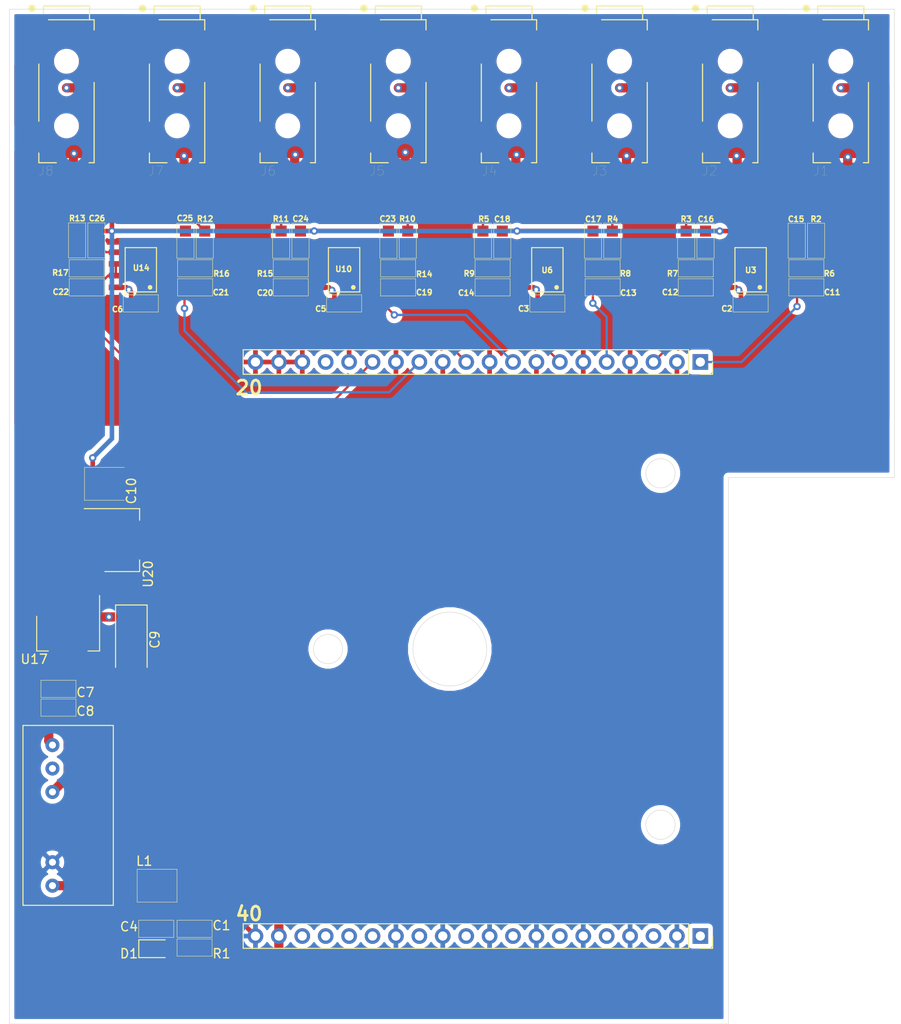
<source format=kicad_pcb>
(kicad_pcb (version 20171130) (host pcbnew "(5.1.8-0-10_14)")
  (layers (0 F.Cu signal) (1 GND power hide) (2 +10V power hide) (31 B.Cu signal hide) (34 B.Paste user hide) (35 F.Paste user) (36 B.SilkS user hide) (37 F.SilkS user) (38 B.Mask user hide) (39 F.Mask user) (44 Edge.Cuts user))
  (net 0 "")
  (net 1 5V_IN)
  (net 2 DGND)
  (net 3 CH0)
  (net 4 CH1)
  (net 5 CH2)
  (net 6 "Net-(C7-Pad1)")
  (net 7 AGND)
  (net 8 CH3)
  (net 9 "Net-(C11-Pad2)")
  (net 10 CH4)
  (net 11 CH5)
  (net 12 "Net-(C12-Pad2)")
  (net 13 "Net-(C15-Pad1)")
  (net 14 "Net-(C16-Pad1)")
  (net 15 "Net-(D1-Pad2)")
  (net 16 CH6)
  (net 17 +10V)
  (net 18 "Net-(C4-Pad1)")
  (net 19 +5V)
  (net 20 "Net-(C13-Pad2)")
  (net 21 "Net-(C14-Pad2)")
  (net 22 "Net-(C17-Pad1)")
  (net 23 "Net-(C18-Pad1)")
  (net 24 "Net-(C19-Pad2)")
  (net 25 "Net-(C20-Pad2)")
  (net 26 "Net-(C21-Pad2)")
  (net 27 CH7)
  (net 28 "Net-(C22-Pad2)")
  (net 29 "Net-(C23-Pad1)")
  (net 30 "Net-(C24-Pad1)")
  (net 31 "Net-(C25-Pad1)")
  (net 32 "Net-(C26-Pad1)")
  (net 33 "Net-(J1-Pad2)")
  (net 34 "Net-(J2-Pad2)")
  (net 35 "Net-(J3-Pad2)")
  (net 36 "Net-(J4-Pad2)")
  (net 37 "Net-(J5-Pad2)")
  (net 38 "Net-(J6-Pad2)")
  (net 39 "Net-(J7-Pad2)")
  (net 40 "Net-(J8-Pad2)")
  (net 41 "Net-(U11-Pad3)")
  (net 42 "Net-(U23-Pad17)")
  (net 43 "Net-(U26-Pad18)")
  (net 44 "Net-(U26-Pad17)")
  (net 45 "Net-(U26-Pad16)")
  (net 46 "Net-(U26-Pad15)")
  (net 47 "Net-(U26-Pad13)")
  (net 48 "Net-(U26-Pad11)")
  (net 49 "Net-(U26-Pad9)")
  (net 50 "Net-(U26-Pad7)")
  (net 51 "Net-(U26-Pad5)")
  (net 52 "Net-(U26-Pad3)")
  (net 53 "Net-(U26-Pad1)")
  (module Custom_Piezo:LMC6062IMX (layer F.Cu) (at 162.349 53.6285 180)
    (fp_text reference U6 (at 0.019 -0.047) (layer F.SilkS) (effects (font (size 0.6 0.6))))
    (fp_text value LMC6062)
    (pad 7 smd rect (at 2.7051 -0.635 180) (size 1.5494 0.6096) (layers F.Cu F.Paste F.Mask) (net 8 CH3))
    (pad 8 smd rect (at 2.7051 -1.905 180) (size 1.5494 0.6096) (layers F.Cu F.Paste F.Mask) (net 17 +10V))
    (pad 6 smd rect (at 2.7051 0.635 180) (size 1.5494 0.6096) (layers F.Cu F.Paste F.Mask) (net 8 CH3))
    (pad 5 smd rect (at 2.7051 1.905 180) (size 1.5494 0.6096) (layers F.Cu F.Paste F.Mask) (net 23 "Net-(C18-Pad1)"))
    (pad 1 smd rect (at -2.7051 -1.905 180) (size 1.5494 0.6096) (layers F.Cu F.Paste F.Mask) (net 5 CH2))
    (pad 2 smd rect (at -2.7051 -0.635 180) (size 1.5494 0.6096) (layers F.Cu F.Paste F.Mask) (net 5 CH2))
    (pad 3 smd rect (at -2.7051 0.635 180) (size 1.5494 0.6096) (layers F.Cu F.Paste F.Mask) (net 22 "Net-(C17-Pad1)"))
    (pad 4 smd rect (at -2.7051 1.905 180) (size 1.5494 0.6096) (layers F.Cu F.Paste F.Mask) (net 7 AGND))
  )
  (module Connector:CUI_SJ-43516-SMT (layer F.Cu) (at 146.183 34.276 270)
    (fp_text reference J5 (at 8.636 2.292 180) (layer F.SilkS) (effects (font (size 1.001787 1.001787) (thickness 0.015))))
    (fp_text value SJ-43516-SMT)
    (pad 5 smd rect (at 9.05 -0.75 270) (size 2.6 2.8) (layers F.Cu F.Paste F.Mask) (net 7 AGND))
    (pad 6 smd rect (at -5.25 -3.7 270) (size 2 2.8) (layers F.Cu F.Paste F.Mask))
    (pad None np_thru_hole circle (at 3.75 0 270) (size 1.7 1.7) (drill 1.7) (layers *.Cu *.Mask))
    (pad None np_thru_hole circle (at -3.25 0 270) (size 1.7 1.7) (drill 1.7) (layers *.Cu *.Mask))
    (pad 4 smd rect (at -4.35 3.7 270) (size 2.2 2.8) (layers F.Cu F.Paste F.Mask) (net 19 +5V))
    (pad 3 smd rect (at -2.45 -3.7 270) (size 2.2 2.8) (layers F.Cu F.Paste F.Mask) (net 17 +10V))
    (pad 2 smd rect (at 5.05 3.6 270) (size 2.8 2.6) (layers F.Cu F.Paste F.Mask) (net 37 "Net-(J5-Pad2)"))
    (pad 1 smd rect (at -7.15 3.7 270) (size 2 2.8) (layers F.Cu F.Paste F.Mask) (net 7 AGND))
  )
  (module Connector:CUI_SJ-43516-SMT (layer F.Cu) (at 158.183 34.276 270)
    (fp_text reference J4 (at 8.636 2.1 180) (layer F.SilkS) (effects (font (size 1.001787 1.001787) (thickness 0.015))))
    (fp_text value SJ-43516-SMT)
    (pad 5 smd rect (at 9.05 -0.75 270) (size 2.6 2.8) (layers F.Cu F.Paste F.Mask) (net 7 AGND))
    (pad 6 smd rect (at -5.25 -3.7 270) (size 2 2.8) (layers F.Cu F.Paste F.Mask))
    (pad None np_thru_hole circle (at 3.75 0 270) (size 1.7 1.7) (drill 1.7) (layers *.Cu *.Mask))
    (pad None np_thru_hole circle (at -3.25 0 270) (size 1.7 1.7) (drill 1.7) (layers *.Cu *.Mask))
    (pad 4 smd rect (at -4.35 3.7 270) (size 2.2 2.8) (layers F.Cu F.Paste F.Mask) (net 19 +5V))
    (pad 3 smd rect (at -2.45 -3.7 270) (size 2.2 2.8) (layers F.Cu F.Paste F.Mask) (net 17 +10V))
    (pad 2 smd rect (at 5.05 3.6 270) (size 2.8 2.6) (layers F.Cu F.Paste F.Mask) (net 36 "Net-(J4-Pad2)"))
    (pad 1 smd rect (at -7.15 3.7 270) (size 2 2.8) (layers F.Cu F.Paste F.Mask) (net 7 AGND))
  )
  (module digikey-footprints:1210 (layer F.Cu) (at 114.298 76.835)
    (fp_text reference C10 (at 2.923 0.762 90) (layer F.SilkS))
    (fp_text value 47uF/10V)
    (pad 1 smd rect (at -1.145 0) (size 1.52 3.05) (layers F.Cu F.Paste F.Mask) (net 19 +5V))
    (pad 2 smd rect (at 1.145 0) (size 1.52 3.05) (layers F.Cu F.Paste F.Mask) (net 7 AGND))
  )
  (module Custom_Piezo:SIP-7 (layer F.Cu) (at 110.363 112.776 90)
    (fp_text reference U11 hide)
    (fp_text value MDS01L-12)
    (pad 1 thru_hole circle (at -7.62 -1.7 90) (size 1.524 1.524) (drill 0.762) (layers *.Cu *.Mask) (net 18 "Net-(C4-Pad1)"))
    (pad 2 thru_hole circle (at -5.08 -1.7 90) (size 1.524 1.524) (drill 0.762) (layers *.Cu *.Mask) (net 2 DGND))
    (pad 4 thru_hole circle (at 2.54 -1.7 90) (size 1.524 1.524) (drill 0.762) (layers *.Cu *.Mask) (net 7 AGND))
    (pad 3 thru_hole circle (at 5.08 -1.7 90) (size 1.524 1.524) (drill 0.762) (layers *.Cu *.Mask) (net 41 "Net-(U11-Pad3)"))
    (pad 5 thru_hole circle (at 7.62 -1.7 90) (size 1.524 1.524) (drill 0.762) (layers *.Cu *.Mask) (net 6 "Net-(C7-Pad1)"))
  )
  (module Connector_PinSocket_2.54mm:PinSocket_1x20_P2.54mm_Vertical (layer F.Cu) (at 178.943 125.857 270)
    (fp_text reference U26 hide)
    (fp_text value 21-40)
    (pad 1 thru_hole rect (at 0 0 270) (size 1.7 1.7) (drill 1) (layers *.Cu *.Mask) (net 53 "Net-(U26-Pad1)"))
    (pad 2 thru_hole oval (at 0 2.54 270) (size 1.7 1.7) (drill 1) (layers *.Cu *.Mask) (net 2 DGND))
    (pad 3 thru_hole oval (at 0 5.08 270) (size 1.7 1.7) (drill 1) (layers *.Cu *.Mask) (net 52 "Net-(U26-Pad3)"))
    (pad 4 thru_hole oval (at 0 7.62 270) (size 1.7 1.7) (drill 1) (layers *.Cu *.Mask) (net 2 DGND))
    (pad 5 thru_hole oval (at 0 10.16 270) (size 1.7 1.7) (drill 1) (layers *.Cu *.Mask) (net 51 "Net-(U26-Pad5)"))
    (pad 6 thru_hole oval (at 0 12.7 270) (size 1.7 1.7) (drill 1) (layers *.Cu *.Mask) (net 2 DGND))
    (pad 7 thru_hole oval (at 0 15.24 270) (size 1.7 1.7) (drill 1) (layers *.Cu *.Mask) (net 50 "Net-(U26-Pad7)"))
    (pad 8 thru_hole oval (at 0 17.78 270) (size 1.7 1.7) (drill 1) (layers *.Cu *.Mask) (net 2 DGND))
    (pad 9 thru_hole oval (at 0 20.32 270) (size 1.7 1.7) (drill 1) (layers *.Cu *.Mask) (net 49 "Net-(U26-Pad9)"))
    (pad 10 thru_hole oval (at 0 22.86 270) (size 1.7 1.7) (drill 1) (layers *.Cu *.Mask) (net 2 DGND))
    (pad 11 thru_hole oval (at 0 25.4 270) (size 1.7 1.7) (drill 1) (layers *.Cu *.Mask) (net 48 "Net-(U26-Pad11)"))
    (pad 12 thru_hole oval (at 0 27.94 270) (size 1.7 1.7) (drill 1) (layers *.Cu *.Mask) (net 2 DGND))
    (pad 13 thru_hole oval (at 0 30.48 270) (size 1.7 1.7) (drill 1) (layers *.Cu *.Mask) (net 47 "Net-(U26-Pad13)"))
    (pad 14 thru_hole oval (at 0 33.02 270) (size 1.7 1.7) (drill 1) (layers *.Cu *.Mask) (net 2 DGND))
    (pad 15 thru_hole oval (at 0 35.56 270) (size 1.7 1.7) (drill 1) (layers *.Cu *.Mask) (net 46 "Net-(U26-Pad15)"))
    (pad 16 thru_hole oval (at 0 38.1 270) (size 1.7 1.7) (drill 1) (layers *.Cu *.Mask) (net 45 "Net-(U26-Pad16)"))
    (pad 17 thru_hole oval (at 0 40.64 270) (size 1.7 1.7) (drill 1) (layers *.Cu *.Mask) (net 44 "Net-(U26-Pad17)"))
    (pad 18 thru_hole oval (at 0 43.18 270) (size 1.7 1.7) (drill 1) (layers *.Cu *.Mask) (net 43 "Net-(U26-Pad18)"))
    (pad 19 thru_hole oval (at 0 45.72 270) (size 1.7 1.7) (drill 1) (layers *.Cu *.Mask) (net 1 5V_IN))
    (pad 20 thru_hole oval (at 0 48.26 270) (size 1.7 1.7) (drill 1) (layers *.Cu *.Mask) (net 2 DGND))
  )
  (module Connector_PinSocket_2.54mm:PinSocket_1x20_P2.54mm_Vertical (layer F.Cu) (at 178.943 63.627 270)
    (fp_text reference U23 hide)
    (fp_text value 1-20)
    (pad 1 thru_hole rect (at 0 0 270) (size 1.7 1.7) (drill 1) (layers *.Cu *.Mask) (net 3 CH0))
    (pad 2 thru_hole oval (at 0 2.54 270) (size 1.7 1.7) (drill 1) (layers *.Cu *.Mask) (net 7 AGND))
    (pad 3 thru_hole oval (at 0 5.08 270) (size 1.7 1.7) (drill 1) (layers *.Cu *.Mask) (net 4 CH1))
    (pad 4 thru_hole oval (at 0 7.62 270) (size 1.7 1.7) (drill 1) (layers *.Cu *.Mask) (net 7 AGND))
    (pad 5 thru_hole oval (at 0 10.16 270) (size 1.7 1.7) (drill 1) (layers *.Cu *.Mask) (net 5 CH2))
    (pad 6 thru_hole oval (at 0 12.7 270) (size 1.7 1.7) (drill 1) (layers *.Cu *.Mask) (net 7 AGND))
    (pad 7 thru_hole oval (at 0 15.24 270) (size 1.7 1.7) (drill 1) (layers *.Cu *.Mask) (net 8 CH3))
    (pad 8 thru_hole oval (at 0 17.78 270) (size 1.7 1.7) (drill 1) (layers *.Cu *.Mask) (net 7 AGND))
    (pad 9 thru_hole oval (at 0 20.32 270) (size 1.7 1.7) (drill 1) (layers *.Cu *.Mask) (net 10 CH4))
    (pad 10 thru_hole oval (at 0 22.86 270) (size 1.7 1.7) (drill 1) (layers *.Cu *.Mask) (net 7 AGND))
    (pad 11 thru_hole oval (at 0 25.4 270) (size 1.7 1.7) (drill 1) (layers *.Cu *.Mask) (net 11 CH5))
    (pad 12 thru_hole oval (at 0 27.94 270) (size 1.7 1.7) (drill 1) (layers *.Cu *.Mask) (net 7 AGND))
    (pad 13 thru_hole oval (at 0 30.48 270) (size 1.7 1.7) (drill 1) (layers *.Cu *.Mask) (net 16 CH6))
    (pad 14 thru_hole oval (at 0 33.02 270) (size 1.7 1.7) (drill 1) (layers *.Cu *.Mask) (net 7 AGND))
    (pad 15 thru_hole oval (at 0 35.56 270) (size 1.7 1.7) (drill 1) (layers *.Cu *.Mask) (net 27 CH7))
    (pad 16 thru_hole oval (at 0 38.1 270) (size 1.7 1.7) (drill 1) (layers *.Cu *.Mask) (net 7 AGND))
    (pad 17 thru_hole oval (at 0 40.64 270) (size 1.7 1.7) (drill 1) (layers *.Cu *.Mask) (net 42 "Net-(U23-Pad17)"))
    (pad 18 thru_hole oval (at 0 43.18 270) (size 1.7 1.7) (drill 1) (layers *.Cu *.Mask) (net 7 AGND))
    (pad 19 thru_hole oval (at 0 45.72 270) (size 1.7 1.7) (drill 1) (layers *.Cu *.Mask) (net 7 AGND))
    (pad 20 thru_hole oval (at 0 48.26 270) (size 1.7 1.7) (drill 1) (layers *.Cu *.Mask) (net 7 AGND))
  )
  (module Package_TO_SOT_SMD:SOT-223-3_TabPin2 (layer F.Cu) (at 116.205 82.931)
    (fp_text reference U20 (at 2.841 3.683 270) (layer F.SilkS))
    (fp_text value MCP1804x-5002xDB)
    (pad 2 smd rect (at 3.15 0) (size 2 3.8) (layers F.Cu F.Paste F.Mask) (net 7 AGND))
    (pad 2 smd rect (at -3.15 0) (size 2 1.5) (layers F.Cu F.Paste F.Mask) (net 7 AGND))
    (pad 3 smd rect (at -3.15 2.3) (size 2 1.5) (layers F.Cu F.Paste F.Mask) (net 17 +10V))
    (pad 1 smd rect (at -3.15 -2.3) (size 2 1.5) (layers F.Cu F.Paste F.Mask) (net 19 +5V))
  )
  (module Package_TO_SOT_SMD:SOT-223-3_TabPin2 (layer F.Cu) (at 110.363 93.044 270)
    (fp_text reference U17 (at 2.794 3.683 180) (layer F.SilkS))
    (fp_text value MCP1804x-A002xDB)
    (pad 2 smd rect (at 3.15 0 270) (size 2 3.8) (layers F.Cu F.Paste F.Mask) (net 7 AGND))
    (pad 2 smd rect (at -3.15 0 270) (size 2 1.5) (layers F.Cu F.Paste F.Mask) (net 7 AGND))
    (pad 3 smd rect (at -3.15 2.3 270) (size 2 1.5) (layers F.Cu F.Paste F.Mask) (net 6 "Net-(C7-Pad1)"))
    (pad 1 smd rect (at -3.15 -2.3 270) (size 2 1.5) (layers F.Cu F.Paste F.Mask) (net 17 +10V))
  )
  (module Custom_Piezo:LMC6062IMX (layer F.Cu) (at 118.249 53.6285 180)
    (fp_text reference U14 (at -0.042 0.207) (layer F.SilkS) (effects (font (size 0.6 0.6))))
    (fp_text value LMC6062)
    (pad 7 smd rect (at 2.7051 -0.635 180) (size 1.5494 0.6096) (layers F.Cu F.Paste F.Mask) (net 27 CH7))
    (pad 8 smd rect (at 2.7051 -1.905 180) (size 1.5494 0.6096) (layers F.Cu F.Paste F.Mask) (net 17 +10V))
    (pad 6 smd rect (at 2.7051 0.635 180) (size 1.5494 0.6096) (layers F.Cu F.Paste F.Mask) (net 27 CH7))
    (pad 5 smd rect (at 2.7051 1.905 180) (size 1.5494 0.6096) (layers F.Cu F.Paste F.Mask) (net 32 "Net-(C26-Pad1)"))
    (pad 1 smd rect (at -2.7051 -1.905 180) (size 1.5494 0.6096) (layers F.Cu F.Paste F.Mask) (net 16 CH6))
    (pad 2 smd rect (at -2.7051 -0.635 180) (size 1.5494 0.6096) (layers F.Cu F.Paste F.Mask) (net 16 CH6))
    (pad 3 smd rect (at -2.7051 0.635 180) (size 1.5494 0.6096) (layers F.Cu F.Paste F.Mask) (net 31 "Net-(C25-Pad1)"))
    (pad 4 smd rect (at -2.7051 1.905 180) (size 1.5494 0.6096) (layers F.Cu F.Paste F.Mask) (net 7 AGND))
  )
  (module Custom_Piezo:LMC6062IMX (layer F.Cu) (at 140.299 53.6285 180)
    (fp_text reference U10 (at 0.052 0.08) (layer F.SilkS) (effects (font (size 0.6 0.6))))
    (fp_text value LMC6062)
    (pad 7 smd rect (at 2.7051 -0.635 180) (size 1.5494 0.6096) (layers F.Cu F.Paste F.Mask) (net 11 CH5))
    (pad 8 smd rect (at 2.7051 -1.905 180) (size 1.5494 0.6096) (layers F.Cu F.Paste F.Mask) (net 17 +10V))
    (pad 6 smd rect (at 2.7051 0.635 180) (size 1.5494 0.6096) (layers F.Cu F.Paste F.Mask) (net 11 CH5))
    (pad 5 smd rect (at 2.7051 1.905 180) (size 1.5494 0.6096) (layers F.Cu F.Paste F.Mask) (net 30 "Net-(C24-Pad1)"))
    (pad 1 smd rect (at -2.7051 -1.905 180) (size 1.5494 0.6096) (layers F.Cu F.Paste F.Mask) (net 10 CH4))
    (pad 2 smd rect (at -2.7051 -0.635 180) (size 1.5494 0.6096) (layers F.Cu F.Paste F.Mask) (net 10 CH4))
    (pad 3 smd rect (at -2.7051 0.635 180) (size 1.5494 0.6096) (layers F.Cu F.Paste F.Mask) (net 29 "Net-(C23-Pad1)"))
    (pad 4 smd rect (at -2.7051 1.905 180) (size 1.5494 0.6096) (layers F.Cu F.Paste F.Mask) (net 7 AGND))
  )
  (module Custom_Piezo:LMC6062IMX (layer F.Cu) (at 184.399 53.6285 180)
    (fp_text reference U3 (at -0.014 -0.047) (layer F.SilkS) (effects (font (size 0.6 0.6))))
    (fp_text value LMC6062)
    (pad 7 smd rect (at 2.7051 -0.635 180) (size 1.5494 0.6096) (layers F.Cu F.Paste F.Mask) (net 4 CH1))
    (pad 8 smd rect (at 2.7051 -1.905 180) (size 1.5494 0.6096) (layers F.Cu F.Paste F.Mask) (net 17 +10V))
    (pad 6 smd rect (at 2.7051 0.635 180) (size 1.5494 0.6096) (layers F.Cu F.Paste F.Mask) (net 4 CH1))
    (pad 5 smd rect (at 2.7051 1.905 180) (size 1.5494 0.6096) (layers F.Cu F.Paste F.Mask) (net 14 "Net-(C16-Pad1)"))
    (pad 1 smd rect (at -2.7051 -1.905 180) (size 1.5494 0.6096) (layers F.Cu F.Paste F.Mask) (net 3 CH0))
    (pad 2 smd rect (at -2.7051 -0.635 180) (size 1.5494 0.6096) (layers F.Cu F.Paste F.Mask) (net 3 CH0))
    (pad 3 smd rect (at -2.7051 0.635 180) (size 1.5494 0.6096) (layers F.Cu F.Paste F.Mask) (net 13 "Net-(C15-Pad1)"))
    (pad 4 smd rect (at -2.7051 1.905 180) (size 1.5494 0.6096) (layers F.Cu F.Paste F.Mask) (net 7 AGND))
  )
  (module digikey-footprints:0805 (layer F.Cu) (at 112.3816 53.467 180)
    (fp_text reference R17 (at 2.8568 -0.4826) (layer F.SilkS) (effects (font (size 0.6 0.6))))
    (fp_text value 7k23)
    (pad 2 smd rect (at 1.05 0 180) (size 1.2 1.2) (layers F.Cu F.Paste F.Mask) (net 28 "Net-(C22-Pad2)"))
    (pad 1 smd rect (at -1.05 0 180) (size 1.2 1.2) (layers F.Cu F.Paste F.Mask) (net 32 "Net-(C26-Pad1)"))
  )
  (module digikey-footprints:0805 (layer F.Cu) (at 124.1352 53.467)
    (fp_text reference R16 (at 2.8648 0.5842) (layer F.SilkS) (effects (font (size 0.6 0.6))))
    (fp_text value 7k23)
    (pad 2 smd rect (at 1.05 0) (size 1.2 1.2) (layers F.Cu F.Paste F.Mask) (net 26 "Net-(C21-Pad2)"))
    (pad 1 smd rect (at -1.05 0) (size 1.2 1.2) (layers F.Cu F.Paste F.Mask) (net 31 "Net-(C25-Pad1)"))
  )
  (module digikey-footprints:0805 (layer F.Cu) (at 134.518 53.467 180)
    (fp_text reference R15 (at 2.794 -0.5842) (layer F.SilkS) (effects (font (size 0.6 0.6))))
    (fp_text value 7k23)
    (pad 2 smd rect (at 1.05 0 180) (size 1.2 1.2) (layers F.Cu F.Paste F.Mask) (net 25 "Net-(C20-Pad2)"))
    (pad 1 smd rect (at -1.05 0 180) (size 1.2 1.2) (layers F.Cu F.Paste F.Mask) (net 30 "Net-(C24-Pad1)"))
  )
  (module digikey-footprints:0805 (layer F.Cu) (at 146.1545 53.467)
    (fp_text reference R14 (at 2.8415 0.635) (layer F.SilkS) (effects (font (size 0.6 0.6))))
    (fp_text value 7k23)
    (pad 2 smd rect (at 1.05 0) (size 1.2 1.2) (layers F.Cu F.Paste F.Mask) (net 24 "Net-(C19-Pad2)"))
    (pad 1 smd rect (at -1.05 0) (size 1.2 1.2) (layers F.Cu F.Paste F.Mask) (net 29 "Net-(C23-Pad1)"))
  )
  (module digikey-footprints:0805 (layer F.Cu) (at 111.3316 50.4444 90)
    (fp_text reference R13 (at 2.3876 0.022 180) (layer F.SilkS) (effects (font (size 0.6 0.6))))
    (fp_text value 5k23)
    (pad 2 smd rect (at 1.05 0 90) (size 1.2 1.2) (layers F.Cu F.Paste F.Mask) (net 40 "Net-(J8-Pad2)"))
    (pad 1 smd rect (at -1.05 0 90) (size 1.2 1.2) (layers F.Cu F.Paste F.Mask) (net 28 "Net-(C22-Pad2)"))
  )
  (module digikey-footprints:0805 (layer F.Cu) (at 125.1852 50.4825 90)
    (fp_text reference R12 (at 2.3749 0.0368 180) (layer F.SilkS) (effects (font (size 0.6 0.6))))
    (fp_text value 5k23)
    (pad 2 smd rect (at 1.05 0 90) (size 1.2 1.2) (layers F.Cu F.Paste F.Mask) (net 39 "Net-(J7-Pad2)"))
    (pad 1 smd rect (at -1.05 0 90) (size 1.2 1.2) (layers F.Cu F.Paste F.Mask) (net 26 "Net-(C21-Pad2)"))
  )
  (module digikey-footprints:0805 (layer F.Cu) (at 133.468 50.4825 90)
    (fp_text reference R11 (at 2.3749 -0.0168 180) (layer F.SilkS) (effects (font (size 0.6 0.6))))
    (fp_text value 5k23)
    (pad 2 smd rect (at 1.05 0 90) (size 1.2 1.2) (layers F.Cu F.Paste F.Mask) (net 38 "Net-(J6-Pad2)"))
    (pad 1 smd rect (at -1.05 0 90) (size 1.2 1.2) (layers F.Cu F.Paste F.Mask) (net 25 "Net-(C20-Pad2)"))
  )
  (module digikey-footprints:0805 (layer F.Cu) (at 147.2045 50.4825 90)
    (fp_text reference R10 (at 2.3749 -0.0373 180) (layer F.SilkS) (effects (font (size 0.6 0.6))))
    (fp_text value 5k23)
    (pad 2 smd rect (at 1.05 0 90) (size 1.2 1.2) (layers F.Cu F.Paste F.Mask) (net 37 "Net-(J5-Pad2)"))
    (pad 1 smd rect (at -1.05 0 90) (size 1.2 1.2) (layers F.Cu F.Paste F.Mask) (net 24 "Net-(C19-Pad2)"))
  )
  (module digikey-footprints:0805 (layer F.Cu) (at 156.408 53.467 180)
    (fp_text reference R9 (at 2.54 -0.5715) (layer F.SilkS) (effects (font (size 0.6 0.6))))
    (fp_text value 7k23)
    (pad 2 smd rect (at 1.05 0 180) (size 1.2 1.2) (layers F.Cu F.Paste F.Mask) (net 21 "Net-(C14-Pad2)"))
    (pad 1 smd rect (at -1.05 0 180) (size 1.2 1.2) (layers F.Cu F.Paste F.Mask) (net 23 "Net-(C18-Pad1)"))
  )
  (module digikey-footprints:0805 (layer F.Cu) (at 168.346 53.467)
    (fp_text reference R8 (at 2.4765 0.5715) (layer F.SilkS) (effects (font (size 0.6 0.6))))
    (fp_text value 7k23)
    (pad 2 smd rect (at 1.05 0) (size 1.2 1.2) (layers F.Cu F.Paste F.Mask) (net 20 "Net-(C13-Pad2)"))
    (pad 1 smd rect (at -1.05 0) (size 1.2 1.2) (layers F.Cu F.Paste F.Mask) (net 22 "Net-(C17-Pad1)"))
  )
  (module digikey-footprints:0805 (layer F.Cu) (at 178.453 53.467 180)
    (fp_text reference R7 (at 2.532 -0.5715) (layer F.SilkS) (effects (font (size 0.6 0.6))))
    (fp_text value 7k23)
    (pad 1 smd rect (at -1.05 0 180) (size 1.2 1.2) (layers F.Cu F.Paste F.Mask) (net 14 "Net-(C16-Pad1)"))
    (pad 2 smd rect (at 1.05 0 180) (size 1.2 1.2) (layers F.Cu F.Paste F.Mask) (net 12 "Net-(C12-Pad2)"))
  )
  (module digikey-footprints:0805 (layer F.Cu) (at 190.4465 53.467)
    (fp_text reference R6 (at 2.4925 0.5715) (layer F.SilkS) (effects (font (size 0.6 0.6))))
    (fp_text value 7k23)
    (pad 1 smd rect (at -1.05 0) (size 1.2 1.2) (layers F.Cu F.Paste F.Mask) (net 13 "Net-(C15-Pad1)"))
    (pad 2 smd rect (at 1.05 0) (size 1.2 1.2) (layers F.Cu F.Paste F.Mask) (net 9 "Net-(C11-Pad2)"))
  )
  (module digikey-footprints:0805 (layer F.Cu) (at 155.358 50.4825 90)
    (fp_text reference R5 (at 2.3495 0.0975 180) (layer F.SilkS) (effects (font (size 0.6 0.6))))
    (fp_text value 5k23)
    (pad 2 smd rect (at 1.05 0 90) (size 1.2 1.2) (layers F.Cu F.Paste F.Mask) (net 36 "Net-(J4-Pad2)"))
    (pad 1 smd rect (at -1.05 0 90) (size 1.2 1.2) (layers F.Cu F.Paste F.Mask) (net 21 "Net-(C14-Pad2)"))
  )
  (module digikey-footprints:0805 (layer F.Cu) (at 169.396 50.4825 90)
    (fp_text reference R4 (at 2.3495 0.0295 180) (layer F.SilkS) (effects (font (size 0.6 0.6))))
    (fp_text value 5k23)
    (pad 2 smd rect (at 1.05 0 90) (size 1.2 1.2) (layers F.Cu F.Paste F.Mask) (net 35 "Net-(J3-Pad2)"))
    (pad 1 smd rect (at -1.05 0 90) (size 1.2 1.2) (layers F.Cu F.Paste F.Mask) (net 20 "Net-(C13-Pad2)"))
  )
  (module digikey-footprints:0805 (layer F.Cu) (at 177.403 50.4825 90)
    (fp_text reference R3 (at 2.3495 0) (layer F.SilkS) (effects (font (size 0.6 0.6))))
    (fp_text value 5k23)
    (pad 1 smd rect (at -1.05 0 90) (size 1.2 1.2) (layers F.Cu F.Paste F.Mask) (net 12 "Net-(C12-Pad2)"))
    (pad 2 smd rect (at 1.05 0 90) (size 1.2 1.2) (layers F.Cu F.Paste F.Mask) (net 34 "Net-(J2-Pad2)"))
  )
  (module digikey-footprints:0805 (layer F.Cu) (at 191.4965 50.4825 90)
    (fp_text reference R2 (at 2.3495 0) (layer F.SilkS) (effects (font (size 0.6 0.6))))
    (fp_text value 5k23)
    (pad 1 smd rect (at -1.05 0 90) (size 1.2 1.2) (layers F.Cu F.Paste F.Mask) (net 9 "Net-(C11-Pad2)"))
    (pad 2 smd rect (at 1.05 0 90) (size 1.2 1.2) (layers F.Cu F.Paste F.Mask) (net 33 "Net-(J1-Pad2)"))
  )
  (module digikey-footprints:0805 (layer F.Cu) (at 124.079 127.103 180)
    (fp_text reference R1 (at -2.921 -0.659) (layer F.SilkS))
    (fp_text value 1k5)
    (pad 2 smd rect (at 1.05 0 180) (size 1.2 1.2) (layers F.Cu F.Paste F.Mask) (net 15 "Net-(D1-Pad2)"))
    (pad 1 smd rect (at -1.05 0 180) (size 1.2 1.2) (layers F.Cu F.Paste F.Mask) (net 1 5V_IN))
  )
  (module digikey-footprints:1210 (layer F.Cu) (at 120.013 120.396)
    (fp_text reference L1 (at -1.395 -2.667) (layer F.SilkS))
    (fp_text value 6.8uH)
    (pad 1 smd rect (at -1.145 0) (size 1.52 3.05) (layers F.Cu F.Paste F.Mask) (net 18 "Net-(C4-Pad1)"))
    (pad 2 smd rect (at 1.145 0) (size 1.52 3.05) (layers F.Cu F.Paste F.Mask) (net 1 5V_IN))
  )
  (module Connector:CUI_SJ-43516-SMT (layer F.Cu) (at 110.183 34.276 270)
    (fp_text reference J8 (at 8.636 2.233 180) (layer F.SilkS) (effects (font (size 1.001787 1.001787) (thickness 0.015))))
    (fp_text value SJ-43516-SMT)
    (pad 5 smd rect (at 9.05 -0.75 270) (size 2.6 2.8) (layers F.Cu F.Paste F.Mask) (net 7 AGND))
    (pad 6 smd rect (at -5.25 -3.7 270) (size 2 2.8) (layers F.Cu F.Paste F.Mask))
    (pad None np_thru_hole circle (at 3.75 0 270) (size 1.7 1.7) (drill 1.7) (layers *.Cu *.Mask))
    (pad None np_thru_hole circle (at -3.25 0 270) (size 1.7 1.7) (drill 1.7) (layers *.Cu *.Mask))
    (pad 4 smd rect (at -4.35 3.7 270) (size 2.2 2.8) (layers F.Cu F.Paste F.Mask) (net 19 +5V))
    (pad 3 smd rect (at -2.45 -3.7 270) (size 2.2 2.8) (layers F.Cu F.Paste F.Mask) (net 17 +10V))
    (pad 2 smd rect (at 5.05 3.6 270) (size 2.8 2.6) (layers F.Cu F.Paste F.Mask) (net 40 "Net-(J8-Pad2)"))
    (pad 1 smd rect (at -7.15 3.7 270) (size 2 2.8) (layers F.Cu F.Paste F.Mask) (net 7 AGND))
  )
  (module Connector:CUI_SJ-43516-SMT (layer F.Cu) (at 122.183 34.276 270)
    (fp_text reference J7 (at 8.636 2.295 180) (layer F.SilkS) (effects (font (size 1.001787 1.001787) (thickness 0.015))))
    (fp_text value SJ-43516-SMT)
    (pad 5 smd rect (at 9.05 -0.75 270) (size 2.6 2.8) (layers F.Cu F.Paste F.Mask) (net 7 AGND))
    (pad 6 smd rect (at -5.25 -3.7 270) (size 2 2.8) (layers F.Cu F.Paste F.Mask))
    (pad None np_thru_hole circle (at 3.75 0 270) (size 1.7 1.7) (drill 1.7) (layers *.Cu *.Mask))
    (pad None np_thru_hole circle (at -3.25 0 270) (size 1.7 1.7) (drill 1.7) (layers *.Cu *.Mask))
    (pad 4 smd rect (at -4.35 3.7 270) (size 2.2 2.8) (layers F.Cu F.Paste F.Mask) (net 19 +5V))
    (pad 3 smd rect (at -2.45 -3.7 270) (size 2.2 2.8) (layers F.Cu F.Paste F.Mask) (net 17 +10V))
    (pad 2 smd rect (at 5.05 3.6 270) (size 2.8 2.6) (layers F.Cu F.Paste F.Mask) (net 39 "Net-(J7-Pad2)"))
    (pad 1 smd rect (at -7.15 3.7 270) (size 2 2.8) (layers F.Cu F.Paste F.Mask) (net 7 AGND))
  )
  (module Connector:CUI_SJ-43516-SMT (layer F.Cu) (at 134.183 34.276 270)
    (fp_text reference J6 (at 8.636 2.103 180) (layer F.SilkS) (effects (font (size 1.001787 1.001787) (thickness 0.015))))
    (fp_text value SJ-43516-SMT)
    (pad 5 smd rect (at 9.05 -0.75 270) (size 2.6 2.8) (layers F.Cu F.Paste F.Mask) (net 7 AGND))
    (pad 6 smd rect (at -5.25 -3.7 270) (size 2 2.8) (layers F.Cu F.Paste F.Mask))
    (pad None np_thru_hole circle (at 3.75 0 270) (size 1.7 1.7) (drill 1.7) (layers *.Cu *.Mask))
    (pad None np_thru_hole circle (at -3.25 0 270) (size 1.7 1.7) (drill 1.7) (layers *.Cu *.Mask))
    (pad 4 smd rect (at -4.35 3.7 270) (size 2.2 2.8) (layers F.Cu F.Paste F.Mask) (net 19 +5V))
    (pad 3 smd rect (at -2.45 -3.7 270) (size 2.2 2.8) (layers F.Cu F.Paste F.Mask) (net 17 +10V))
    (pad 2 smd rect (at 5.05 3.6 270) (size 2.8 2.6) (layers F.Cu F.Paste F.Mask) (net 38 "Net-(J6-Pad2)"))
    (pad 1 smd rect (at -7.15 3.7 270) (size 2 2.8) (layers F.Cu F.Paste F.Mask) (net 7 AGND))
  )
  (module Connector:CUI_SJ-43516-SMT (layer F.Cu) (at 170.183 34.276 270)
    (fp_text reference J3 (at 8.636 2.162 180) (layer F.SilkS) (effects (font (size 1.001787 1.001787) (thickness 0.015))))
    (fp_text value SJ-43516-SMT)
    (pad 5 smd rect (at 9.05 -0.75 270) (size 2.6 2.8) (layers F.Cu F.Paste F.Mask) (net 7 AGND))
    (pad 6 smd rect (at -5.25 -3.7 270) (size 2 2.8) (layers F.Cu F.Paste F.Mask))
    (pad None np_thru_hole circle (at 3.75 0 270) (size 1.7 1.7) (drill 1.7) (layers *.Cu *.Mask))
    (pad None np_thru_hole circle (at -3.25 0 270) (size 1.7 1.7) (drill 1.7) (layers *.Cu *.Mask))
    (pad 4 smd rect (at -4.35 3.7 270) (size 2.2 2.8) (layers F.Cu F.Paste F.Mask) (net 19 +5V))
    (pad 3 smd rect (at -2.45 -3.7 270) (size 2.2 2.8) (layers F.Cu F.Paste F.Mask) (net 17 +10V))
    (pad 2 smd rect (at 5.05 3.6 270) (size 2.8 2.6) (layers F.Cu F.Paste F.Mask) (net 35 "Net-(J3-Pad2)"))
    (pad 1 smd rect (at -7.15 3.7 270) (size 2 2.8) (layers F.Cu F.Paste F.Mask) (net 7 AGND))
  )
  (module Connector:CUI_SJ-43516-SMT (layer F.Cu) (at 182.183 34.276 270)
    (fp_text reference J2 (at 8.636 2.224 180) (layer F.SilkS) (effects (font (size 1.001787 1.001787) (thickness 0.015))))
    (fp_text value SJ-43516-SMT)
    (pad 5 smd rect (at 9.05 -0.75 270) (size 2.6 2.8) (layers F.Cu F.Paste F.Mask) (net 7 AGND))
    (pad 6 smd rect (at -5.25 -3.7 270) (size 2 2.8) (layers F.Cu F.Paste F.Mask))
    (pad None np_thru_hole circle (at 3.75 0 270) (size 1.7 1.7) (drill 1.7) (layers *.Cu *.Mask))
    (pad None np_thru_hole circle (at -3.25 0 270) (size 1.7 1.7) (drill 1.7) (layers *.Cu *.Mask))
    (pad 4 smd rect (at -4.35 3.7 270) (size 2.2 2.8) (layers F.Cu F.Paste F.Mask) (net 19 +5V))
    (pad 3 smd rect (at -2.45 -3.7 270) (size 2.2 2.8) (layers F.Cu F.Paste F.Mask) (net 17 +10V))
    (pad 2 smd rect (at 5.05 3.6 270) (size 2.8 2.6) (layers F.Cu F.Paste F.Mask) (net 34 "Net-(J2-Pad2)"))
    (pad 1 smd rect (at -7.15 3.7 270) (size 2 2.8) (layers F.Cu F.Paste F.Mask) (net 7 AGND))
  )
  (module Connector:CUI_SJ-43516-SMT (layer F.Cu) (at 194.183 34.276 270)
    (fp_text reference J1 (at 8.636 2.159 180) (layer F.SilkS) (effects (font (size 1.001787 1.001787) (thickness 0.015))))
    (fp_text value SJ-43516-SMT)
    (pad 5 smd rect (at 9.05 -0.75 270) (size 2.6 2.8) (layers F.Cu F.Paste F.Mask) (net 7 AGND))
    (pad 6 smd rect (at -5.25 -3.7 270) (size 2 2.8) (layers F.Cu F.Paste F.Mask))
    (pad None np_thru_hole circle (at 3.75 0 270) (size 1.7 1.7) (drill 1.7) (layers *.Cu *.Mask))
    (pad None np_thru_hole circle (at -3.25 0 270) (size 1.7 1.7) (drill 1.7) (layers *.Cu *.Mask))
    (pad 4 smd rect (at -4.35 3.7 270) (size 2.2 2.8) (layers F.Cu F.Paste F.Mask) (net 19 +5V))
    (pad 3 smd rect (at -2.45 -3.7 270) (size 2.2 2.8) (layers F.Cu F.Paste F.Mask) (net 17 +10V))
    (pad 2 smd rect (at 5.05 3.6 270) (size 2.8 2.6) (layers F.Cu F.Paste F.Mask) (net 33 "Net-(J1-Pad2)"))
    (pad 1 smd rect (at -7.15 3.7 270) (size 2 2.8) (layers F.Cu F.Paste F.Mask) (net 7 AGND))
  )
  (module LED_SMD:LED_0805_2012Metric_Pad1.15x1.40mm_HandSolder (layer F.Cu) (at 119.888 127.23)
    (fp_text reference D1 (at -2.921 0.532) (layer F.SilkS))
    (fp_text value GREEN)
    (pad 1 smd roundrect (at -1.025 0) (size 1.15 1.4) (layers F.Cu F.Paste F.Mask) (roundrect_rratio 0.2173904347826087) (net 2 DGND))
    (pad 2 smd roundrect (at 1.025 0) (size 1.15 1.4) (layers F.Cu F.Paste F.Mask) (roundrect_rratio 0.2173904347826087) (net 15 "Net-(D1-Pad2)"))
  )
  (module digikey-footprints:0805 (layer F.Cu) (at 113.4316 50.4444 90)
    (fp_text reference C26 (at 2.3876 0.0556 180) (layer F.SilkS) (effects (font (size 0.6 0.6))))
    (fp_text value 1nF)
    (pad 2 smd rect (at 1.05 0 90) (size 1.2 1.2) (layers F.Cu F.Paste F.Mask) (net 19 +5V))
    (pad 1 smd rect (at -1.05 0 90) (size 1.2 1.2) (layers F.Cu F.Paste F.Mask) (net 32 "Net-(C26-Pad1)"))
  )
  (module digikey-footprints:0805 (layer F.Cu) (at 123.0852 50.4825 90)
    (fp_text reference C25 (at 2.4384 -0.0476 180) (layer F.SilkS) (effects (font (size 0.6 0.6))))
    (fp_text value 1nF)
    (pad 2 smd rect (at 1.05 0 90) (size 1.2 1.2) (layers F.Cu F.Paste F.Mask) (net 19 +5V))
    (pad 1 smd rect (at -1.05 0 90) (size 1.2 1.2) (layers F.Cu F.Paste F.Mask) (net 31 "Net-(C25-Pad1)"))
  )
  (module digikey-footprints:0805 (layer F.Cu) (at 135.568 50.4825 90)
    (fp_text reference C24 (at 2.3749 0.0168 180) (layer F.SilkS) (effects (font (size 0.6 0.6))))
    (fp_text value 1nF)
    (pad 2 smd rect (at 1.05 0 90) (size 1.2 1.2) (layers F.Cu F.Paste F.Mask) (net 19 +5V))
    (pad 1 smd rect (at -1.05 0 90) (size 1.2 1.2) (layers F.Cu F.Paste F.Mask) (net 30 "Net-(C24-Pad1)"))
  )
  (module digikey-footprints:0805 (layer F.Cu) (at 145.1045 50.4825 90)
    (fp_text reference C23 (at 2.3749 -0.0709 180) (layer F.SilkS) (effects (font (size 0.6 0.6))))
    (fp_text value 1nF)
    (pad 2 smd rect (at 1.05 0 90) (size 1.2 1.2) (layers F.Cu F.Paste F.Mask) (net 19 +5V))
    (pad 1 smd rect (at -1.05 0 90) (size 1.2 1.2) (layers F.Cu F.Paste F.Mask) (net 29 "Net-(C23-Pad1)"))
  )
  (module digikey-footprints:0805 (layer F.Cu) (at 112.3816 55.5335 180)
    (fp_text reference C22 (at 2.806 -0.4989) (layer F.SilkS) (effects (font (size 0.6 0.6))))
    (fp_text value 2nF)
    (pad 2 smd rect (at 1.05 0 180) (size 1.2 1.2) (layers F.Cu F.Paste F.Mask) (net 28 "Net-(C22-Pad2)"))
    (pad 1 smd rect (at -1.05 0 180) (size 1.2 1.2) (layers F.Cu F.Paste F.Mask) (net 27 CH7))
  )
  (module digikey-footprints:0805 (layer F.Cu) (at 124.1352 55.5335)
    (fp_text reference C21 (at 2.814 0.5497) (layer F.SilkS) (effects (font (size 0.6 0.6))))
    (fp_text value 2nF)
    (pad 2 smd rect (at 1.05 0) (size 1.2 1.2) (layers F.Cu F.Paste F.Mask) (net 26 "Net-(C21-Pad2)"))
    (pad 1 smd rect (at -1.05 0) (size 1.2 1.2) (layers F.Cu F.Paste F.Mask) (net 16 CH6))
  )
  (module digikey-footprints:0805 (layer F.Cu) (at 134.518 55.5335 180)
    (fp_text reference C20 (at 2.794 -0.6005) (layer F.SilkS) (effects (font (size 0.6 0.6))))
    (fp_text value 2nF)
    (pad 2 smd rect (at 1.05 0 180) (size 1.2 1.2) (layers F.Cu F.Paste F.Mask) (net 25 "Net-(C20-Pad2)"))
    (pad 1 smd rect (at -1.05 0 180) (size 1.2 1.2) (layers F.Cu F.Paste F.Mask) (net 11 CH5))
  )
  (module digikey-footprints:0805 (layer F.Cu) (at 146.1545 55.5335)
    (fp_text reference C19 (at 2.8415 0.5497) (layer F.SilkS) (effects (font (size 0.6 0.6))))
    (fp_text value 2nF)
    (pad 2 smd rect (at 1.05 0) (size 1.2 1.2) (layers F.Cu F.Paste F.Mask) (net 24 "Net-(C19-Pad2)"))
    (pad 1 smd rect (at -1.05 0) (size 1.2 1.2) (layers F.Cu F.Paste F.Mask) (net 10 CH4))
  )
  (module digikey-footprints:0805 (layer F.Cu) (at 157.458 50.4825 90)
    (fp_text reference C18 (at 2.3495 0 180) (layer F.SilkS) (effects (font (size 0.6 0.6))))
    (fp_text value 1nF)
    (pad 2 smd rect (at 1.05 0 90) (size 1.2 1.2) (layers F.Cu F.Paste F.Mask) (net 19 +5V))
    (pad 1 smd rect (at -1.05 0 90) (size 1.2 1.2) (layers F.Cu F.Paste F.Mask) (net 23 "Net-(C18-Pad1)"))
  )
  (module digikey-footprints:0805 (layer F.Cu) (at 167.296 50.4825 90)
    (fp_text reference C17 (at 2.3495 0.034 180) (layer F.SilkS) (effects (font (size 0.6 0.6))))
    (fp_text value 1nF)
    (pad 2 smd rect (at 1.05 0 90) (size 1.2 1.2) (layers F.Cu F.Paste F.Mask) (net 19 +5V))
    (pad 1 smd rect (at -1.05 0 90) (size 1.2 1.2) (layers F.Cu F.Paste F.Mask) (net 22 "Net-(C17-Pad1)"))
  )
  (module digikey-footprints:0805 (layer F.Cu) (at 179.503 50.4825 90)
    (fp_text reference C16 (at 2.3495 0.042 -180) (layer F.SilkS) (effects (font (size 0.6 0.6))))
    (fp_text value 1nF)
    (pad 1 smd rect (at -1.05 0 90) (size 1.2 1.2) (layers F.Cu F.Paste F.Mask) (net 14 "Net-(C16-Pad1)"))
    (pad 2 smd rect (at 1.05 0 90) (size 1.2 1.2) (layers F.Cu F.Paste F.Mask) (net 19 +5V))
  )
  (module digikey-footprints:0805 (layer F.Cu) (at 189.3965 50.4825 90)
    (fp_text reference C15 (at 2.3495 -0.0635 180) (layer F.SilkS) (effects (font (size 0.6 0.6))))
    (fp_text value 1nF)
    (pad 1 smd rect (at -1.05 0 90) (size 1.2 1.2) (layers F.Cu F.Paste F.Mask) (net 13 "Net-(C15-Pad1)"))
    (pad 2 smd rect (at 1.05 0 90) (size 1.2 1.2) (layers F.Cu F.Paste F.Mask) (net 19 +5V))
  )
  (module digikey-footprints:0805 (layer F.Cu) (at 156.408 55.5335 180)
    (fp_text reference C14 (at 2.8575 -0.6005) (layer F.SilkS) (effects (font (size 0.6 0.6))))
    (fp_text value 2nF)
    (pad 2 smd rect (at 1.05 0 180) (size 1.2 1.2) (layers F.Cu F.Paste F.Mask) (net 21 "Net-(C14-Pad2)"))
    (pad 1 smd rect (at -1.05 0 180) (size 1.2 1.2) (layers F.Cu F.Paste F.Mask) (net 8 CH3))
  )
  (module digikey-footprints:0805 (layer F.Cu) (at 168.346 55.5335)
    (fp_text reference C13 (at 2.794 0.6005) (layer F.SilkS) (effects (font (size 0.6 0.6))))
    (fp_text value 2nF)
    (pad 2 smd rect (at 1.05 0) (size 1.2 1.2) (layers F.Cu F.Paste F.Mask) (net 20 "Net-(C13-Pad2)"))
    (pad 1 smd rect (at -1.05 0) (size 1.2 1.2) (layers F.Cu F.Paste F.Mask) (net 5 CH2))
  )
  (module digikey-footprints:0805 (layer F.Cu) (at 178.453 55.5335 180)
    (fp_text reference C12 (at 2.786 -0.537) (layer F.SilkS) (effects (font (size 0.6 0.6))))
    (fp_text value 2nF)
    (pad 2 smd rect (at 1.05 0 180) (size 1.2 1.2) (layers F.Cu F.Paste F.Mask) (net 12 "Net-(C12-Pad2)"))
    (pad 1 smd rect (at -1.05 0 180) (size 1.2 1.2) (layers F.Cu F.Paste F.Mask) (net 4 CH1))
  )
  (module digikey-footprints:0805 (layer F.Cu) (at 190.4465 55.5335)
    (fp_text reference C11 (at 2.81 0.537 180) (layer F.SilkS) (effects (font (size 0.6 0.6))))
    (fp_text value 2nF)
    (pad 2 smd rect (at 1.05 0) (size 1.2 1.2) (layers F.Cu F.Paste F.Mask) (net 9 "Net-(C11-Pad2)"))
    (pad 1 smd rect (at -1.05 0) (size 1.2 1.2) (layers F.Cu F.Paste F.Mask) (net 3 CH0))
  )
  (module Capacitor_Tantalum_SMD:CP_EIA-6032-28_Kemet-C (layer F.Cu) (at 117.221 93.726 270)
    (fp_text reference C9 (at 0 -2.55 90) (layer F.SilkS))
    (fp_text value 47uF/16V)
    (pad 1 smd roundrect (at -2.4625 0 270) (size 2.075 2.35) (layers F.Cu F.Paste F.Mask) (roundrect_rratio 0.1204819277108434) (net 17 +10V))
    (pad 2 smd roundrect (at 2.4625 0 270) (size 2.075 2.35) (layers F.Cu F.Paste F.Mask) (roundrect_rratio 0.1204819277108434) (net 7 AGND))
  )
  (module digikey-footprints:0805 (layer F.Cu) (at 109.313 101.092)
    (fp_text reference C8 (at 2.921 0.381) (layer F.SilkS))
    (fp_text value 1uF)
    (pad 2 smd rect (at 1.05 0) (size 1.2 1.2) (layers F.Cu F.Paste F.Mask) (net 7 AGND))
    (pad 1 smd rect (at -1.05 0) (size 1.2 1.2) (layers F.Cu F.Paste F.Mask) (net 6 "Net-(C7-Pad1)"))
  )
  (module digikey-footprints:0805 (layer F.Cu) (at 109.313 99.06)
    (fp_text reference C7 (at 2.921 0.381) (layer F.SilkS))
    (fp_text value 2.2uF)
    (pad 2 smd rect (at 1.05 0) (size 1.2 1.2) (layers F.Cu F.Paste F.Mask) (net 7 AGND))
    (pad 1 smd rect (at -1.05 0) (size 1.2 1.2) (layers F.Cu F.Paste F.Mask) (net 6 "Net-(C7-Pad1)"))
  )
  (module digikey-footprints:0805 (layer F.Cu) (at 118.249 57.277)
    (fp_text reference C6 (at -2.5266 0.635) (layer F.SilkS) (effects (font (size 0.6 0.6))))
    (fp_text value 0.1uF)
    (pad 2 smd rect (at 1.05 0) (size 1.2 1.2) (layers F.Cu F.Paste F.Mask) (net 7 AGND))
    (pad 1 smd rect (at -1.05 0) (size 1.2 1.2) (layers F.Cu F.Paste F.Mask) (net 17 +10V))
  )
  (module digikey-footprints:0805 (layer F.Cu) (at 140.299 57.277)
    (fp_text reference C5 (at -2.5298 0.5842) (layer F.SilkS) (effects (font (size 0.6 0.6))))
    (fp_text value 0.1uF)
    (pad 2 smd rect (at 1.05 0) (size 1.2 1.2) (layers F.Cu F.Paste F.Mask) (net 7 AGND))
    (pad 1 smd rect (at -1.05 0) (size 1.2 1.2) (layers F.Cu F.Paste F.Mask) (net 17 +10V))
  )
  (module digikey-footprints:0805 (layer F.Cu) (at 119.918 125.071)
    (fp_text reference C4 (at -2.951 -0.23) (layer F.SilkS))
    (fp_text value 4.7uF/50V)
    (pad 2 smd rect (at 1.05 0) (size 1.2 1.2) (layers F.Cu F.Paste F.Mask) (net 2 DGND))
    (pad 1 smd rect (at -1.05 0) (size 1.2 1.2) (layers F.Cu F.Paste F.Mask) (net 18 "Net-(C4-Pad1)"))
  )
  (module digikey-footprints:0805 (layer F.Cu) (at 162.349 57.277)
    (fp_text reference C3 (at -2.5755 0.5715) (layer F.SilkS) (effects (font (size 0.6 0.6))))
    (fp_text value 0.1uF)
    (pad 2 smd rect (at 1.05 0) (size 1.2 1.2) (layers F.Cu F.Paste F.Mask) (net 7 AGND))
    (pad 1 smd rect (at -1.05 0) (size 1.2 1.2) (layers F.Cu F.Paste F.Mask) (net 17 +10V))
  )
  (module digikey-footprints:0805 (layer F.Cu) (at 184.399 57.277)
    (fp_text reference C2 (at -2.5725 0.5715) (layer F.SilkS) (effects (font (size 0.6 0.6))))
    (fp_text value 0.1uF)
    (pad 2 smd rect (at 1.05 0) (size 1.2 1.2) (layers F.Cu F.Paste F.Mask) (net 7 AGND))
    (pad 1 smd rect (at -1.05 0) (size 1.2 1.2) (layers F.Cu F.Paste F.Mask) (net 17 +10V))
  )
  (module digikey-footprints:0805 (layer F.Cu) (at 124.079 125.071 180)
    (fp_text reference C1 (at -2.921 0.357) (layer F.SilkS))
    (fp_text value 4.7uF/50V)
    (pad 2 smd rect (at 1.05 0 180) (size 1.2 1.2) (layers F.Cu F.Paste F.Mask) (net 2 DGND))
    (pad 1 smd rect (at -1.05 0 180) (size 1.2 1.2) (layers F.Cu F.Paste F.Mask) (net 1 5V_IN))
  )
  (gr_line (start 181.991 76.152) (end 199.991 76.152) (layer Edge.Cuts) (width 0.05))
  (gr_line (start 199.991 25.382) (end 199.991 76.152) (layer Edge.Cuts) (width 0.05))
  (gr_circle (center 174.625 75.692) (end 176.2125 75.692) (layer Edge.Cuts) (width 0.05))
  (gr_circle (center 174.625 113.792) (end 176.2125 113.792) (layer Edge.Cuts) (width 0.05))
  (gr_line (start 181.991 135.382) (end 181.991 76.152) (layer Edge.Cuts) (width 0.05))
  (gr_text "40\n" (at 129.991 123.444) (layer F.SilkS) (effects (font (size 1.5 1.5) (thickness 0.3))))
  (gr_text "20\n" (at 129.991 66.421) (layer F.SilkS) (effects (font (size 1.5 1.5) (thickness 0.3))))
  (gr_circle (center 151.765 94.742) (end 155.765 94.742) (layer Edge.Cuts) (width 0.05))
  (gr_circle (center 138.557 94.742) (end 140.1445 94.742) (layer Edge.Cuts) (width 0.05))
  (gr_line (start 103.991 25.382) (end 199.991 25.382) (layer Edge.Cuts) (width 0.05))
  (gr_line (start 103.991 135.382) (end 103.991 25.382) (layer Edge.Cuts) (width 0.05))
  (gr_line (start 103.991 135.382) (end 181.991 135.382) (layer Edge.Cuts) (width 0.05))
  (segment (start 133.223 122.174) (end 133.223 125.857) (width 1) (layer F.Cu) (net 1))
  (segment (start 131.445 120.396) (end 133.223 122.174) (width 1) (layer F.Cu) (net 1))
  (segment (start 125.095 120.396) (end 131.445 120.396) (width 1) (layer F.Cu) (net 1))
  (segment (start 121.158 120.396) (end 125.095 120.396) (width 1) (layer F.Cu) (net 1))
  (segment (start 125.129 127.103) (end 125.129 125.071) (width 1) (layer F.Cu) (net 1))
  (segment (start 125.129 128.3675) (end 125.129 127.103) (width 1) (layer F.Cu) (net 1))
  (segment (start 125.7935 129.032) (end 125.129 128.3675) (width 1) (layer F.Cu) (net 1))
  (segment (start 133.223 125.857) (end 133.223 127.8255) (width 1) (layer F.Cu) (net 1))
  (segment (start 133.223 127.8255) (end 132.0165 129.032) (width 1) (layer F.Cu) (net 1))
  (segment (start 132.0165 129.032) (end 125.7935 129.032) (width 1) (layer F.Cu) (net 1))
  (segment (start 120.968 125.071) (end 120.968 125.125) (width 0.5) (layer F.Cu) (net 2))
  (segment (start 118.863 127.176) (end 120.968 125.071) (width 0.5) (layer F.Cu) (net 2))
  (segment (start 118.863 127.23) (end 118.863 127.176) (width 0.5) (layer F.Cu) (net 2))
  (segment (start 120.968 125.071) (end 123.029 125.071) (width 0.5) (layer F.Cu) (net 2))
  (segment (start 123.029 125.071) (end 123.029 121.8778) (width 0.5) (layer F.Cu) (net 2))
  (segment (start 126.7038 121.8778) (end 130.683 125.857) (width 0.5) (layer F.Cu) (net 2))
  (segment (start 123.029 121.8778) (end 126.7038 121.8778) (width 0.5) (layer F.Cu) (net 2))
  (segment (start 187.1041 55.5335) (end 187.1041 54.2635) (width 0.25) (layer F.Cu) (net 3))
  (segment (start 187.1041 55.5335) (end 189.3965 55.5335) (width 0.25) (layer F.Cu) (net 3))
  (segment (start 183.4134 63.627) (end 189.4332 57.6072) (width 0.25) (layer B.Cu) (net 3))
  (via (at 189.4332 57.6072) (size 0.8) (drill 0.4) (layers F.Cu B.Cu) (net 3))
  (segment (start 178.943 63.627) (end 183.4134 63.627) (width 0.25) (layer B.Cu) (net 3))
  (segment (start 189.4332 55.5702) (end 189.3965 55.5335) (width 0.25) (layer F.Cu) (net 3))
  (segment (start 189.4332 57.6072) (end 189.4332 55.5702) (width 0.25) (layer F.Cu) (net 3))
  (segment (start 181.6939 54.2635) (end 181.6939 52.9935) (width 0.25) (layer F.Cu) (net 4))
  (segment (start 180.773 54.2635) (end 181.6939 54.2635) (width 0.25) (layer F.Cu) (net 4))
  (segment (start 179.503 55.5335) (end 180.773 54.2635) (width 0.25) (layer F.Cu) (net 4))
  (segment (start 179.477 55.5595) (end 179.503 55.5335) (width 0.25) (layer F.Cu) (net 4))
  (segment (start 179.503 57.987) (end 173.863 63.627) (width 0.25) (layer F.Cu) (net 4))
  (segment (start 179.503 55.5335) (end 179.503 57.987) (width 0.25) (layer F.Cu) (net 4))
  (segment (start 165.0541 55.5335) (end 165.0541 54.2635) (width 0.25) (layer F.Cu) (net 5))
  (segment (start 167.296 55.5335) (end 165.0541 55.5335) (width 0.25) (layer F.Cu) (net 5))
  (via (at 167.2844 57.2516) (size 0.8) (drill 0.4) (layers F.Cu B.Cu) (net 5))
  (segment (start 168.783 58.7502) (end 167.2844 57.2516) (width 0.25) (layer B.Cu) (net 5))
  (segment (start 168.783 63.627) (end 168.783 58.7502) (width 0.25) (layer B.Cu) (net 5))
  (segment (start 167.2844 55.5451) (end 167.296 55.5335) (width 0.25) (layer F.Cu) (net 5))
  (segment (start 167.2844 57.2516) (end 167.2844 55.5451) (width 0.25) (layer F.Cu) (net 5))
  (segment (start 108.663 105.156) (end 108.663 105.107) (width 1) (layer F.Cu) (net 6))
  (segment (start 108.263 104.707) (end 108.263 101.092) (width 1) (layer F.Cu) (net 6))
  (segment (start 108.663 105.107) (end 108.263 104.707) (width 1) (layer F.Cu) (net 6))
  (segment (start 108.263 101.092) (end 108.263 99.06) (width 1) (layer F.Cu) (net 6))
  (segment (start 108.263 99.06) (end 107.188 97.985) (width 1) (layer F.Cu) (net 6))
  (segment (start 107.188 97.985) (end 107.188 93.345) (width 1) (layer F.Cu) (net 6))
  (segment (start 108.063 92.47) (end 108.063 89.894) (width 1) (layer F.Cu) (net 6))
  (segment (start 107.188 93.345) (end 108.063 92.47) (width 1) (layer F.Cu) (net 6))
  (segment (start 106.483 27.126) (end 108.406 27.126) (width 1) (layer F.Cu) (net 7))
  (segment (start 120.217 27.126) (end 120.777 27.686) (width 1) (layer F.Cu) (net 7))
  (segment (start 118.483 27.126) (end 120.217 27.126) (width 1) (layer F.Cu) (net 7))
  (segment (start 132.536 27.126) (end 132.969 27.559) (width 1) (layer F.Cu) (net 7))
  (segment (start 130.483 27.126) (end 132.536 27.126) (width 1) (layer F.Cu) (net 7))
  (segment (start 144.601 27.126) (end 145.034 27.559) (width 1) (layer F.Cu) (net 7))
  (segment (start 142.483 27.126) (end 144.601 27.126) (width 1) (layer F.Cu) (net 7))
  (segment (start 168.223 27.126) (end 168.783 27.686) (width 1) (layer F.Cu) (net 7))
  (segment (start 166.483 27.126) (end 168.223 27.126) (width 1) (layer F.Cu) (net 7))
  (segment (start 180.415 27.126) (end 180.848 27.559) (width 1) (layer F.Cu) (net 7))
  (segment (start 178.483 27.126) (end 180.415 27.126) (width 1) (layer F.Cu) (net 7))
  (segment (start 190.483 27.126) (end 192.353 27.126) (width 1) (layer F.Cu) (net 7))
  (segment (start 110.933 41.086) (end 110.998 41.021) (width 1) (layer F.Cu) (net 7))
  (segment (start 110.933 43.326) (end 110.933 41.086) (width 1) (layer F.Cu) (net 7))
  (via (at 122.936 41.275) (size 0.8) (drill 0.4) (layers F.Cu B.Cu) (net 7))
  (segment (start 122.933 41.278) (end 122.936 41.275) (width 1) (layer F.Cu) (net 7))
  (segment (start 122.933 43.326) (end 122.933 41.278) (width 1) (layer F.Cu) (net 7))
  (via (at 135.001 41.148) (size 0.8) (drill 0.4) (layers F.Cu B.Cu) (net 7))
  (segment (start 134.933 41.216) (end 135.001 41.148) (width 1) (layer F.Cu) (net 7))
  (segment (start 134.933 43.326) (end 134.933 41.216) (width 1) (layer F.Cu) (net 7))
  (via (at 146.939 40.894) (size 0.8) (drill 0.4) (layers F.Cu B.Cu) (net 7))
  (segment (start 146.933 40.9) (end 146.939 40.894) (width 1) (layer F.Cu) (net 7))
  (segment (start 146.933 43.326) (end 146.933 40.9) (width 1) (layer F.Cu) (net 7))
  (via (at 170.942 41.275) (size 0.8) (drill 0.4) (layers F.Cu B.Cu) (net 7))
  (segment (start 170.933 41.284) (end 170.942 41.275) (width 1) (layer F.Cu) (net 7))
  (segment (start 170.933 43.326) (end 170.933 41.284) (width 1) (layer F.Cu) (net 7))
  (via (at 182.88 41.275) (size 0.8) (drill 0.4) (layers F.Cu B.Cu) (net 7))
  (segment (start 182.933 41.328) (end 182.88 41.275) (width 1) (layer F.Cu) (net 7))
  (segment (start 182.933 43.326) (end 182.933 41.328) (width 1) (layer F.Cu) (net 7))
  (via (at 194.945 41.402) (size 0.8) (drill 0.4) (layers F.Cu B.Cu) (net 7))
  (segment (start 194.933 41.414) (end 194.945 41.402) (width 1) (layer F.Cu) (net 7))
  (segment (start 194.933 43.326) (end 194.933 41.414) (width 1) (layer F.Cu) (net 7))
  (segment (start 110.363 108.536) (end 110.363 96.194) (width 1) (layer F.Cu) (net 7))
  (segment (start 108.663 110.236) (end 110.363 108.536) (width 1) (layer F.Cu) (net 7))
  (segment (start 110.363 96.194) (end 110.363 89.894) (width 1) (layer F.Cu) (net 7))
  (segment (start 110.363 89.894) (end 110.363 89.224) (width 1) (layer F.Cu) (net 7))
  (segment (start 110.3685 96.1885) (end 110.363 96.194) (width 1) (layer F.Cu) (net 7))
  (segment (start 117.221 96.1885) (end 110.3685 96.1885) (width 1) (layer F.Cu) (net 7))
  (segment (start 115.443 76.835) (end 115.443 82.804) (width 1) (layer F.Cu) (net 7))
  (segment (start 115.443 82.804) (end 115.57 82.931) (width 1) (layer F.Cu) (net 7))
  (segment (start 115.57 82.931) (end 119.355 82.931) (width 1) (layer F.Cu) (net 7))
  (segment (start 113.055 82.931) (end 115.57 82.931) (width 1) (layer F.Cu) (net 7))
  (segment (start 111.055 82.931) (end 113.055 82.931) (width 1) (layer F.Cu) (net 7))
  (segment (start 110.363 83.623) (end 111.055 82.931) (width 1) (layer F.Cu) (net 7))
  (segment (start 110.363 89.894) (end 110.363 83.623) (width 1) (layer F.Cu) (net 7))
  (segment (start 158.933 41.219) (end 159.004 41.148) (width 1) (layer F.Cu) (net 7))
  (via (at 159.004 41.148) (size 0.8) (drill 0.4) (layers F.Cu B.Cu) (net 7))
  (segment (start 158.933 43.326) (end 158.933 41.219) (width 1) (layer F.Cu) (net 7))
  (segment (start 154.483 27.126) (end 156.285 27.126) (width 1) (layer F.Cu) (net 7))
  (segment (start 156.285 27.126) (end 156.845 27.686) (width 1) (layer F.Cu) (net 7))
  (via (at 110.998 41.021) (size 0.8) (drill 0.4) (layers F.Cu B.Cu) (net 7))
  (segment (start 159.6439 54.2635) (end 159.6439 52.9935) (width 0.25) (layer F.Cu) (net 8))
  (segment (start 158.728 54.2635) (end 159.6439 54.2635) (width 0.25) (layer F.Cu) (net 8))
  (segment (start 157.458 55.5335) (end 158.728 54.2635) (width 0.25) (layer F.Cu) (net 8))
  (segment (start 157.458 57.382) (end 163.703 63.627) (width 0.25) (layer F.Cu) (net 8))
  (segment (start 157.458 55.5335) (end 157.458 57.382) (width 0.25) (layer F.Cu) (net 8))
  (segment (start 191.4965 55.5335) (end 191.4965 53.467) (width 0.25) (layer F.Cu) (net 9))
  (segment (start 191.4965 53.467) (end 191.4965 51.5325) (width 0.25) (layer F.Cu) (net 9))
  (segment (start 143.0041 55.5335) (end 143.0041 54.2635) (width 0.25) (layer F.Cu) (net 10))
  (segment (start 143.0041 55.5335) (end 145.1045 55.5335) (width 0.25) (layer F.Cu) (net 10))
  (via (at 145.7452 58.5216) (size 0.8) (drill 0.4) (layers F.Cu B.Cu) (net 10))
  (segment (start 153.5176 58.5216) (end 145.7452 58.5216) (width 0.25) (layer B.Cu) (net 10))
  (segment (start 158.623 63.627) (end 153.5176 58.5216) (width 0.25) (layer B.Cu) (net 10))
  (segment (start 145.1045 57.8809) (end 145.7452 58.5216) (width 0.25) (layer F.Cu) (net 10))
  (segment (start 145.1045 55.5335) (end 145.1045 57.8809) (width 0.25) (layer F.Cu) (net 10))
  (segment (start 137.5939 54.2635) (end 137.5939 52.9935) (width 0.25) (layer F.Cu) (net 11))
  (segment (start 136.838 54.2635) (end 137.5939 54.2635) (width 0.25) (layer F.Cu) (net 11))
  (segment (start 135.568 55.5335) (end 136.838 54.2635) (width 0.25) (layer F.Cu) (net 11))
  (segment (start 153.543 63.627) (end 151.1808 61.2648) (width 0.25) (layer F.Cu) (net 11))
  (segment (start 151.1808 61.2648) (end 138.938 61.2648) (width 0.25) (layer F.Cu) (net 11))
  (segment (start 135.568 57.8948) (end 135.568 55.5335) (width 0.25) (layer F.Cu) (net 11))
  (segment (start 138.938 61.2648) (end 135.568 57.8948) (width 0.25) (layer F.Cu) (net 11))
  (segment (start 177.403 55.5335) (end 177.403 53.467) (width 0.25) (layer F.Cu) (net 12))
  (segment (start 177.403 53.467) (end 177.403 51.5325) (width 0.25) (layer F.Cu) (net 12))
  (segment (start 187.1041 52.9935) (end 187.7665 52.9935) (width 0.25) (layer F.Cu) (net 13))
  (segment (start 187.1041 52.9935) (end 188.1475 52.9935) (width 0.25) (layer F.Cu) (net 13))
  (segment (start 188.621 53.467) (end 189.3965 53.467) (width 0.25) (layer F.Cu) (net 13))
  (segment (start 188.1475 52.9935) (end 188.621 53.467) (width 0.25) (layer F.Cu) (net 13))
  (segment (start 189.3965 51.5325) (end 189.3965 53.467) (width 0.25) (layer F.Cu) (net 13))
  (segment (start 181.2465 51.7235) (end 181.6939 51.7235) (width 0.25) (layer F.Cu) (net 14))
  (segment (start 181.6939 51.7235) (end 180.591 51.7235) (width 0.25) (layer F.Cu) (net 14))
  (segment (start 180.4 51.5325) (end 179.503 51.5325) (width 0.25) (layer F.Cu) (net 14))
  (segment (start 180.591 51.7235) (end 180.4 51.5325) (width 0.25) (layer F.Cu) (net 14))
  (segment (start 179.503 53.467) (end 179.503 51.5325) (width 0.25) (layer F.Cu) (net 14))
  (segment (start 122.902 127.23) (end 123.029 127.103) (width 1) (layer F.Cu) (net 15))
  (segment (start 120.913 127.23) (end 122.902 127.23) (width 1) (layer F.Cu) (net 15))
  (segment (start 120.9541 55.5335) (end 123.0852 55.5335) (width 0.25) (layer F.Cu) (net 16))
  (segment (start 120.9541 55.5335) (end 120.9541 54.2635) (width 0.25) (layer F.Cu) (net 16))
  (segment (start 148.463 63.627) (end 145.1864 66.9036) (width 0.25) (layer B.Cu) (net 16))
  (segment (start 145.1864 66.9036) (end 129.6416 66.9036) (width 0.25) (layer B.Cu) (net 16))
  (via (at 122.9868 57.8104) (size 0.8) (drill 0.4) (layers F.Cu B.Cu) (net 16))
  (segment (start 122.9868 60.2488) (end 122.9868 57.8104) (width 0.25) (layer B.Cu) (net 16))
  (segment (start 129.6416 66.9036) (end 122.9868 60.2488) (width 0.25) (layer B.Cu) (net 16))
  (segment (start 122.9868 55.6319) (end 123.0852 55.5335) (width 0.25) (layer F.Cu) (net 16))
  (segment (start 122.9868 57.8104) (end 122.9868 55.6319) (width 0.25) (layer F.Cu) (net 16))
  (via (at 110.18 33.909) (size 0.8) (drill 0.4) (layers F.Cu B.Cu) (net 17))
  (segment (start 113.883 32.873) (end 112.847 33.909) (width 1) (layer F.Cu) (net 17))
  (segment (start 112.847 33.909) (end 110.18 33.909) (width 1) (layer F.Cu) (net 17))
  (segment (start 113.883 31.826) (end 113.883 32.873) (width 1) (layer F.Cu) (net 17))
  (via (at 122.18 33.909) (size 0.8) (drill 0.4) (layers F.Cu B.Cu) (net 17))
  (segment (start 125.883 32.873) (end 124.847 33.909) (width 1) (layer F.Cu) (net 17))
  (segment (start 124.847 33.909) (end 122.18 33.909) (width 1) (layer F.Cu) (net 17))
  (segment (start 125.883 31.826) (end 125.883 32.873) (width 1) (layer F.Cu) (net 17))
  (via (at 134.18 33.909) (size 0.8) (drill 0.4) (layers F.Cu B.Cu) (net 17))
  (segment (start 137.883 32.873) (end 136.847 33.909) (width 1) (layer F.Cu) (net 17))
  (segment (start 136.847 33.909) (end 134.18 33.909) (width 1) (layer F.Cu) (net 17))
  (segment (start 137.883 31.826) (end 137.883 32.873) (width 1) (layer F.Cu) (net 17))
  (via (at 146.18 33.909) (size 0.8) (drill 0.4) (layers F.Cu B.Cu) (net 17))
  (segment (start 149.883 32.873) (end 148.847 33.909) (width 1) (layer F.Cu) (net 17))
  (segment (start 148.847 33.909) (end 146.18 33.909) (width 1) (layer F.Cu) (net 17))
  (segment (start 149.883 31.826) (end 149.883 32.873) (width 1) (layer F.Cu) (net 17))
  (via (at 182.18 33.909) (size 0.8) (drill 0.4) (layers F.Cu B.Cu) (net 17))
  (segment (start 185.883 32.873) (end 184.847 33.909) (width 1) (layer F.Cu) (net 17))
  (segment (start 184.847 33.909) (end 182.18 33.909) (width 1) (layer F.Cu) (net 17))
  (segment (start 185.883 31.826) (end 185.883 32.873) (width 1) (layer F.Cu) (net 17))
  (segment (start 173.883 31.826) (end 173.883 32.873) (width 1) (layer F.Cu) (net 17))
  (via (at 170.18 33.909) (size 0.8) (drill 0.4) (layers F.Cu B.Cu) (net 17))
  (segment (start 172.847 33.909) (end 170.18 33.909) (width 1) (layer F.Cu) (net 17))
  (segment (start 173.883 32.873) (end 172.847 33.909) (width 1) (layer F.Cu) (net 17))
  (via (at 194.18 33.909) (size 0.8) (drill 0.4) (layers F.Cu B.Cu) (net 17))
  (segment (start 197.883 32.873) (end 196.847 33.909) (width 1) (layer F.Cu) (net 17))
  (segment (start 196.847 33.909) (end 194.18 33.909) (width 1) (layer F.Cu) (net 17))
  (segment (start 197.883 31.826) (end 197.883 32.873) (width 1) (layer F.Cu) (net 17))
  (segment (start 112.663 89.894) (end 112.663 90.819) (width 1) (layer F.Cu) (net 17))
  (segment (start 113.1075 91.2635) (end 114.794 91.2635) (width 1) (layer F.Cu) (net 17))
  (segment (start 112.663 90.819) (end 113.1075 91.2635) (width 1) (layer F.Cu) (net 17))
  (segment (start 112.663 89.894) (end 112.663 87.489) (width 1) (layer F.Cu) (net 17))
  (segment (start 113.055 87.097) (end 113.055 85.231) (width 1) (layer F.Cu) (net 17))
  (segment (start 112.663 87.489) (end 113.055 87.097) (width 1) (layer F.Cu) (net 17))
  (segment (start 161.883 31.826) (end 161.883 32.873) (width 1) (layer F.Cu) (net 17))
  (segment (start 161.883 32.873) (end 160.847 33.909) (width 1) (layer F.Cu) (net 17))
  (via (at 158.18 33.909) (size 0.8) (drill 0.4) (layers F.Cu B.Cu) (net 17))
  (segment (start 160.847 33.909) (end 158.18 33.909) (width 1) (layer F.Cu) (net 17))
  (segment (start 114.794 91.2635) (end 117.221 91.2635) (width 1) (layer F.Cu) (net 17))
  (via (at 114.794 91.2635) (size 0.8) (drill 0.4) (layers F.Cu B.Cu) (net 17))
  (segment (start 181.6939 55.5335) (end 182.8135 55.5335) (width 0.5) (layer F.Cu) (net 17))
  (segment (start 183.349 56.069) (end 183.349 57.277) (width 0.5) (layer F.Cu) (net 17))
  (segment (start 182.8135 55.5335) (end 183.0965 55.8165) (width 0.5) (layer F.Cu) (net 17))
  (segment (start 183.0965 55.8165) (end 183.349 56.069) (width 0.5) (layer F.Cu) (net 17))
  (via (at 183.0965 55.8165) (size 0.8) (drill 0.4) (layers F.Cu B.Cu) (net 17))
  (segment (start 159.6439 55.5335) (end 160.8875 55.5335) (width 0.5) (layer F.Cu) (net 17))
  (segment (start 161.299 55.945) (end 161.299 57.277) (width 0.5) (layer F.Cu) (net 17))
  (segment (start 160.8875 55.5335) (end 161.13875 55.78475) (width 0.5) (layer F.Cu) (net 17))
  (segment (start 161.13875 55.78475) (end 161.299 55.945) (width 0.5) (layer F.Cu) (net 17))
  (via (at 161.13875 55.78475) (size 0.8) (drill 0.4) (layers F.Cu B.Cu) (net 17))
  (segment (start 137.5939 55.5335) (end 138.6419 55.5335) (width 0.5) (layer F.Cu) (net 17))
  (segment (start 139.249 56.1406) (end 139.249 57.277) (width 0.5) (layer F.Cu) (net 17))
  (segment (start 138.6419 55.5335) (end 138.963 55.8546) (width 0.5) (layer F.Cu) (net 17))
  (segment (start 138.963 55.8546) (end 139.249 56.1406) (width 0.5) (layer F.Cu) (net 17))
  (via (at 138.963 55.8546) (size 0.8) (drill 0.4) (layers F.Cu B.Cu) (net 17))
  (segment (start 115.5439 55.5335) (end 116.6967 55.5335) (width 0.5) (layer F.Cu) (net 17))
  (segment (start 117.199 56.0358) (end 117.199 57.277) (width 0.5) (layer F.Cu) (net 17))
  (segment (start 116.6967 55.5335) (end 116.9416 55.7784) (width 0.5) (layer F.Cu) (net 17))
  (segment (start 116.9416 55.7784) (end 117.199 56.0358) (width 0.5) (layer F.Cu) (net 17))
  (via (at 116.9416 55.7784) (size 0.8) (drill 0.4) (layers F.Cu B.Cu) (net 17))
  (segment (start 108.663 120.396) (end 118.868 120.396) (width 1) (layer F.Cu) (net 18))
  (segment (start 118.868 125.071) (end 118.868 120.396) (width 1) (layer F.Cu) (net 18))
  (segment (start 113.153 80.533) (end 113.055 80.631) (width 1) (layer F.Cu) (net 19))
  (segment (start 113.153 76.835) (end 113.153 80.533) (width 1) (layer F.Cu) (net 19))
  (segment (start 189.3965 49.4325) (end 181.0471 49.4325) (width 0.5) (layer F.Cu) (net 19))
  (segment (start 181.0471 49.4325) (end 179.503 49.4325) (width 0.5) (layer F.Cu) (net 19))
  (via (at 181.0471 49.4325) (size 0.8) (drill 0.4) (layers F.Cu B.Cu) (net 19))
  (via (at 159.0548 49.4284) (size 0.8) (drill 0.4) (layers F.Cu B.Cu) (net 19))
  (segment (start 159.0589 49.4325) (end 159.0548 49.4284) (width 0.5) (layer B.Cu) (net 19))
  (segment (start 181.0471 49.4325) (end 159.0589 49.4325) (width 0.5) (layer B.Cu) (net 19))
  (segment (start 157.4621 49.4284) (end 157.458 49.4325) (width 0.5) (layer F.Cu) (net 19))
  (segment (start 159.0548 49.4284) (end 157.4621 49.4284) (width 0.5) (layer F.Cu) (net 19))
  (segment (start 167.2919 49.4284) (end 167.296 49.4325) (width 0.5) (layer F.Cu) (net 19))
  (segment (start 159.0548 49.4284) (end 167.2919 49.4284) (width 0.5) (layer F.Cu) (net 19))
  (via (at 137.0584 49.4284) (size 0.8) (drill 0.4) (layers F.Cu B.Cu) (net 19))
  (segment (start 159.0548 49.4284) (end 137.0584 49.4284) (width 0.5) (layer B.Cu) (net 19))
  (segment (start 135.5721 49.4284) (end 135.568 49.4325) (width 0.5) (layer F.Cu) (net 19))
  (segment (start 137.0584 49.4284) (end 135.5721 49.4284) (width 0.5) (layer F.Cu) (net 19))
  (segment (start 145.1004 49.4284) (end 145.1045 49.4325) (width 0.5) (layer F.Cu) (net 19))
  (segment (start 137.0584 49.4284) (end 145.1004 49.4284) (width 0.5) (layer F.Cu) (net 19))
  (via (at 115.1128 49.4284) (size 0.8) (drill 0.4) (layers F.Cu B.Cu) (net 19))
  (segment (start 137.0584 49.4284) (end 115.1128 49.4284) (width 0.5) (layer B.Cu) (net 19))
  (segment (start 113.4656 49.4284) (end 113.4316 49.3944) (width 0.5) (layer F.Cu) (net 19))
  (segment (start 115.1128 49.4284) (end 113.4656 49.4284) (width 0.5) (layer F.Cu) (net 19))
  (segment (start 123.0811 49.4284) (end 123.0852 49.4325) (width 0.5) (layer F.Cu) (net 19))
  (segment (start 115.1128 49.4284) (end 123.0811 49.4284) (width 0.5) (layer F.Cu) (net 19))
  (segment (start 115.1128 71.9328) (end 113.03 74.0156) (width 0.5) (layer B.Cu) (net 19))
  (via (at 113.03 74.0156) (size 0.8) (drill 0.4) (layers F.Cu B.Cu) (net 19))
  (segment (start 115.1128 49.4284) (end 115.1128 71.9328) (width 0.5) (layer B.Cu) (net 19))
  (segment (start 113.03 76.712) (end 113.153 76.835) (width 0.5) (layer F.Cu) (net 19))
  (segment (start 113.03 74.0156) (end 113.03 76.712) (width 0.5) (layer F.Cu) (net 19))
  (segment (start 106.483 29.926) (end 106.483 33.0262) (width 0.5) (layer F.Cu) (net 19))
  (segment (start 106.483 33.0262) (end 109.4232 35.9664) (width 0.5) (layer F.Cu) (net 19))
  (segment (start 190.483 33.1894) (end 190.483 29.926) (width 0.5) (layer F.Cu) (net 19))
  (segment (start 187.706 35.9664) (end 190.483 33.1894) (width 0.5) (layer F.Cu) (net 19))
  (segment (start 115.1128 49.4284) (end 115.1128 36.068) (width 0.5) (layer F.Cu) (net 19))
  (segment (start 115.1128 36.068) (end 115.0112 35.9664) (width 0.5) (layer F.Cu) (net 19))
  (segment (start 109.4232 35.9664) (end 115.0112 35.9664) (width 0.5) (layer F.Cu) (net 19))
  (segment (start 118.483 35.8822) (end 118.5672 35.9664) (width 0.5) (layer F.Cu) (net 19))
  (segment (start 118.483 29.926) (end 118.483 35.8822) (width 0.5) (layer F.Cu) (net 19))
  (segment (start 115.0112 35.9664) (end 118.5672 35.9664) (width 0.5) (layer F.Cu) (net 19))
  (segment (start 130.483 35.9378) (end 130.4544 35.9664) (width 0.5) (layer F.Cu) (net 19))
  (segment (start 130.483 29.926) (end 130.483 35.9378) (width 0.5) (layer F.Cu) (net 19))
  (segment (start 118.5672 35.9664) (end 130.4544 35.9664) (width 0.5) (layer F.Cu) (net 19))
  (segment (start 142.483 29.926) (end 142.483 35.9266) (width 0.5) (layer F.Cu) (net 19))
  (segment (start 142.483 35.9266) (end 142.4432 35.9664) (width 0.5) (layer F.Cu) (net 19))
  (segment (start 130.4544 35.9664) (end 142.4432 35.9664) (width 0.5) (layer F.Cu) (net 19))
  (segment (start 154.483 35.9662) (end 154.4828 35.9664) (width 0.5) (layer F.Cu) (net 19))
  (segment (start 154.483 29.926) (end 154.483 35.9662) (width 0.5) (layer F.Cu) (net 19))
  (segment (start 142.4432 35.9664) (end 154.4828 35.9664) (width 0.5) (layer F.Cu) (net 19))
  (segment (start 166.483 35.955) (end 166.4716 35.9664) (width 0.5) (layer F.Cu) (net 19))
  (segment (start 166.483 29.926) (end 166.483 35.955) (width 0.5) (layer F.Cu) (net 19))
  (segment (start 154.4828 35.9664) (end 166.4716 35.9664) (width 0.5) (layer F.Cu) (net 19))
  (segment (start 178.483 35.8366) (end 178.6128 35.9664) (width 0.5) (layer F.Cu) (net 19))
  (segment (start 178.483 29.926) (end 178.483 35.8366) (width 0.5) (layer F.Cu) (net 19))
  (segment (start 178.6128 35.9664) (end 187.706 35.9664) (width 0.5) (layer F.Cu) (net 19))
  (segment (start 166.4716 35.9664) (end 178.6128 35.9664) (width 0.5) (layer F.Cu) (net 19))
  (segment (start 169.396 55.5335) (end 169.396 53.467) (width 0.25) (layer F.Cu) (net 20))
  (segment (start 169.396 51.5325) (end 169.396 53.467) (width 0.25) (layer F.Cu) (net 20))
  (segment (start 155.358 55.5335) (end 155.358 51.5325) (width 0.25) (layer F.Cu) (net 21))
  (segment (start 166.0945 52.9935) (end 165.0541 52.9935) (width 0.25) (layer F.Cu) (net 22))
  (segment (start 166.568 53.467) (end 166.0945 52.9935) (width 0.25) (layer F.Cu) (net 22))
  (segment (start 167.296 53.467) (end 166.568 53.467) (width 0.25) (layer F.Cu) (net 22))
  (segment (start 167.296 51.5325) (end 167.296 53.467) (width 0.25) (layer F.Cu) (net 22))
  (segment (start 157.458 53.467) (end 157.458 51.5325) (width 0.25) (layer F.Cu) (net 23))
  (segment (start 159.6439 51.7235) (end 158.665 51.7235) (width 0.25) (layer F.Cu) (net 23))
  (segment (start 158.665 51.7235) (end 158.44 51.4985) (width 0.25) (layer F.Cu) (net 23))
  (segment (start 157.492 51.4985) (end 157.458 51.5325) (width 0.25) (layer F.Cu) (net 23))
  (segment (start 158.44 51.4985) (end 157.492 51.4985) (width 0.25) (layer F.Cu) (net 23))
  (segment (start 147.2045 55.5335) (end 147.2045 51.5325) (width 0.25) (layer F.Cu) (net 24))
  (segment (start 133.468 55.5335) (end 133.468 51.5325) (width 0.25) (layer F.Cu) (net 25))
  (segment (start 125.1852 55.5335) (end 125.1852 51.5325) (width 0.25) (layer F.Cu) (net 26))
  (segment (start 114.7016 54.2635) (end 115.5439 54.2635) (width 0.25) (layer F.Cu) (net 27))
  (segment (start 113.4316 55.5335) (end 114.7016 54.2635) (width 0.25) (layer F.Cu) (net 27))
  (segment (start 115.5439 52.9935) (end 115.5439 54.2635) (width 0.25) (layer F.Cu) (net 27))
  (segment (start 143.383 63.627) (end 139.2936 67.7164) (width 0.25) (layer F.Cu) (net 27))
  (segment (start 139.2936 67.7164) (end 121.0056 67.7164) (width 0.25) (layer F.Cu) (net 27))
  (segment (start 113.4316 60.1424) (end 113.4316 55.5335) (width 0.25) (layer F.Cu) (net 27))
  (segment (start 121.0056 67.7164) (end 113.4316 60.1424) (width 0.25) (layer F.Cu) (net 27))
  (segment (start 111.3316 55.5335) (end 111.3316 51.4944) (width 0.25) (layer F.Cu) (net 28))
  (segment (start 145.1045 53.467) (end 145.1045 51.5325) (width 0.25) (layer F.Cu) (net 29))
  (segment (start 143.0041 52.9935) (end 143.5695 52.9935) (width 0.25) (layer F.Cu) (net 29))
  (segment (start 143.0041 52.9935) (end 143.8743 52.9935) (width 0.25) (layer F.Cu) (net 29))
  (segment (start 144.3478 53.467) (end 145.1045 53.467) (width 0.25) (layer F.Cu) (net 29))
  (segment (start 143.8743 52.9935) (end 144.3478 53.467) (width 0.25) (layer F.Cu) (net 29))
  (segment (start 135.568 53.467) (end 135.568 51.5325) (width 0.25) (layer F.Cu) (net 30))
  (segment (start 135.568 51.5325) (end 136.2665 51.5325) (width 0.25) (layer F.Cu) (net 30))
  (segment (start 136.4575 51.7235) (end 137.5939 51.7235) (width 0.25) (layer F.Cu) (net 30))
  (segment (start 136.2665 51.5325) (end 136.4575 51.7235) (width 0.25) (layer F.Cu) (net 30))
  (segment (start 123.0852 53.467) (end 123.0852 51.5325) (width 0.25) (layer F.Cu) (net 31))
  (segment (start 120.9541 52.9935) (end 121.8783 52.9935) (width 0.25) (layer F.Cu) (net 31))
  (segment (start 122.3518 53.467) (end 123.0852 53.467) (width 0.25) (layer F.Cu) (net 31))
  (segment (start 121.8783 52.9935) (end 122.3518 53.467) (width 0.25) (layer F.Cu) (net 31))
  (segment (start 113.4316 53.467) (end 113.4316 51.4944) (width 0.25) (layer F.Cu) (net 32))
  (segment (start 113.4316 51.4944) (end 114.2324 51.4944) (width 0.25) (layer F.Cu) (net 32))
  (segment (start 114.4615 51.7235) (end 115.5439 51.7235) (width 0.25) (layer F.Cu) (net 32))
  (segment (start 114.2324 51.4944) (end 114.4615 51.7235) (width 0.25) (layer F.Cu) (net 32))
  (segment (start 190.246 39.663) (end 190.583 39.326) (width 0.25) (layer F.Cu) (net 33))
  (segment (start 191.4965 49.4325) (end 191.4965 43.605) (width 0.25) (layer F.Cu) (net 33))
  (segment (start 190.583 42.6915) (end 190.583 39.326) (width 0.25) (layer F.Cu) (net 33))
  (segment (start 191.4965 43.605) (end 190.583 42.6915) (width 0.25) (layer F.Cu) (net 33))
  (segment (start 178.583 39.326) (end 178.583 44.302) (width 0.25) (layer F.Cu) (net 34))
  (segment (start 177.403 45.482) (end 177.403 49.4325) (width 0.25) (layer F.Cu) (net 34))
  (segment (start 178.583 44.302) (end 177.403 45.482) (width 0.25) (layer F.Cu) (net 34))
  (segment (start 169.396 49.4325) (end 169.396 47.1585) (width 0.25) (layer F.Cu) (net 35))
  (segment (start 166.583 44.3455) (end 166.583 39.326) (width 0.25) (layer F.Cu) (net 35))
  (segment (start 169.396 47.1585) (end 166.583 44.3455) (width 0.25) (layer F.Cu) (net 35))
  (segment (start 155.358 49.4325) (end 155.358 43.09) (width 0.25) (layer F.Cu) (net 36))
  (segment (start 154.583 42.315) (end 154.583 39.326) (width 0.25) (layer F.Cu) (net 36))
  (segment (start 155.358 43.09) (end 154.583 42.315) (width 0.25) (layer F.Cu) (net 36))
  (segment (start 147.2045 49.4325) (end 147.2045 48.3985) (width 0.25) (layer F.Cu) (net 37))
  (segment (start 142.583 43.777) (end 142.583 39.326) (width 0.25) (layer F.Cu) (net 37))
  (segment (start 147.2045 48.3985) (end 142.583 43.777) (width 0.25) (layer F.Cu) (net 37))
  (segment (start 133.468 49.4325) (end 133.468 47.0064) (width 0.25) (layer F.Cu) (net 38))
  (segment (start 130.583 44.1214) (end 130.583 39.326) (width 0.25) (layer F.Cu) (net 38))
  (segment (start 133.468 47.0064) (end 130.583 44.1214) (width 0.25) (layer F.Cu) (net 38))
  (segment (start 118.583 42.8303) (end 118.583 39.326) (width 0.25) (layer F.Cu) (net 39))
  (segment (start 125.1852 49.4325) (end 118.583 42.8303) (width 0.25) (layer F.Cu) (net 39))
  (segment (start 106.583 44.6458) (end 106.583 39.326) (width 0.25) (layer F.Cu) (net 40))
  (segment (start 111.3316 49.3944) (end 106.583 44.6458) (width 0.25) (layer F.Cu) (net 40))
  (zone (net 7) (net_name AGND) (layer F.Cu) (connect_pads (clearance 0.508)) (min_thickness 0.254) (fill yes (arc_segments 32) (thermal_gap 0.508) (thermal_bridge_width 0.508) (smoothing fillet) (radius 2))
    (polygon (pts (xy 200.7108 70.0024) (xy 103.2764 70.612) (xy 102.9716 24.4348) (xy 102.9716 24.384) (xy 200.66 24.384)))
  )
  (zone (net 2) (net_name DGND) (layer B.Cu) (connect_pads (clearance 0.508)) (min_thickness 0.254) (fill yes (arc_segments 32) (thermal_gap 0.508) (thermal_bridge_width 0.508) (smoothing fillet) (radius 2))
    (polygon (pts (xy 103.0224 24.6888) (xy 200.5076 24.9936) (xy 200.5076 78.0796) (xy 183.0324 77.6224) (xy 183.0324 137.668) (xy 101.092 137.922) (xy 103.0224 24.638)))
  )
)
</source>
